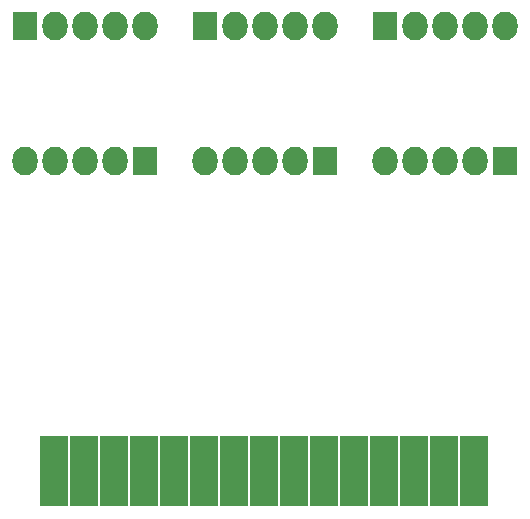
<source format=gbs>
%TF.GenerationSoftware,KiCad,Pcbnew,4.0.2+dfsg1-stable*%
%TF.CreationDate,2019-04-14T23:19:02+02:00*%
%TF.ProjectId,CART-Breakout,434152542D427265616B6F75742E6B69,rev?*%
%TF.FileFunction,Soldermask,Bot*%
%FSLAX46Y46*%
G04 Gerber Fmt 4.6, Leading zero omitted, Abs format (unit mm)*
G04 Created by KiCad (PCBNEW 4.0.2+dfsg1-stable) date Sun 14 Apr 2019 23:19:02 CEST*
%MOMM*%
G01*
G04 APERTURE LIST*
%ADD10C,0.100000*%
%ADD11R,2.330400X5.988000*%
%ADD12R,2.127200X2.432000*%
%ADD13O,2.127200X2.432000*%
G04 APERTURE END LIST*
D10*
D11*
X168830000Y-115152000D03*
X166290000Y-115152000D03*
X163750000Y-115152000D03*
X161210000Y-115152000D03*
X158670000Y-115152000D03*
X156130000Y-115152000D03*
X153590000Y-115152000D03*
X151050000Y-115152000D03*
X148510000Y-115152000D03*
X145970000Y-115152000D03*
X143430000Y-115152000D03*
X140890000Y-115152000D03*
X138350000Y-115152000D03*
X135810000Y-115152000D03*
X133270000Y-115152000D03*
D12*
X161290000Y-77470000D03*
D13*
X163830000Y-77470000D03*
X166370000Y-77470000D03*
X168910000Y-77470000D03*
X171450000Y-77470000D03*
D12*
X146050000Y-77470000D03*
D13*
X148590000Y-77470000D03*
X151130000Y-77470000D03*
X153670000Y-77470000D03*
X156210000Y-77470000D03*
D12*
X130810000Y-77470000D03*
D13*
X133350000Y-77470000D03*
X135890000Y-77470000D03*
X138430000Y-77470000D03*
X140970000Y-77470000D03*
D12*
X140970000Y-88900000D03*
D13*
X138430000Y-88900000D03*
X135890000Y-88900000D03*
X133350000Y-88900000D03*
X130810000Y-88900000D03*
D12*
X156210000Y-88900000D03*
D13*
X153670000Y-88900000D03*
X151130000Y-88900000D03*
X148590000Y-88900000D03*
X146050000Y-88900000D03*
D12*
X171450000Y-88900000D03*
D13*
X168910000Y-88900000D03*
X166370000Y-88900000D03*
X163830000Y-88900000D03*
X161290000Y-88900000D03*
M02*

</source>
